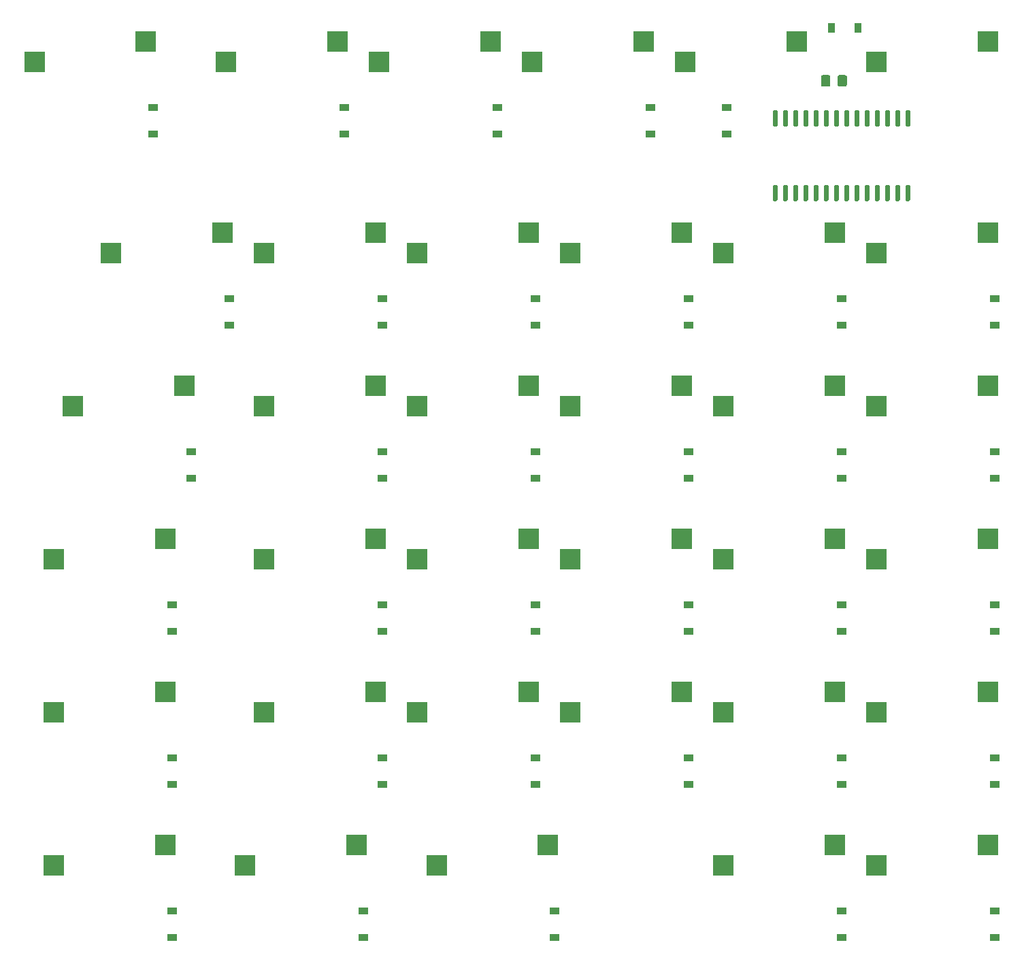
<source format=gbp>
G04 #@! TF.GenerationSoftware,KiCad,Pcbnew,5.1.12-1.fc34*
G04 #@! TF.CreationDate,2021-12-19T19:02:19+02:00*
G04 #@! TF.ProjectId,slash_left,736c6173-685f-46c6-9566-742e6b696361,rev?*
G04 #@! TF.SameCoordinates,Original*
G04 #@! TF.FileFunction,Paste,Bot*
G04 #@! TF.FilePolarity,Positive*
%FSLAX46Y46*%
G04 Gerber Fmt 4.6, Leading zero omitted, Abs format (unit mm)*
G04 Created by KiCad (PCBNEW 5.1.12-1.fc34) date 2021-12-19 19:02:19*
%MOMM*%
%LPD*%
G01*
G04 APERTURE LIST*
%ADD10R,2.550000X2.500000*%
%ADD11R,1.200000X0.900000*%
%ADD12R,0.900000X1.200000*%
G04 APERTURE END LIST*
D10*
X97215000Y-92710000D03*
X111065000Y-90170000D03*
G36*
G01*
X122535000Y-46105000D02*
X122835000Y-46105000D01*
G75*
G02*
X122985000Y-46255000I0J-150000D01*
G01*
X122985000Y-48005000D01*
G75*
G02*
X122835000Y-48155000I-150000J0D01*
G01*
X122535000Y-48155000D01*
G75*
G02*
X122385000Y-48005000I0J150000D01*
G01*
X122385000Y-46255000D01*
G75*
G02*
X122535000Y-46105000I150000J0D01*
G01*
G37*
G36*
G01*
X123805000Y-46105000D02*
X124105000Y-46105000D01*
G75*
G02*
X124255000Y-46255000I0J-150000D01*
G01*
X124255000Y-48005000D01*
G75*
G02*
X124105000Y-48155000I-150000J0D01*
G01*
X123805000Y-48155000D01*
G75*
G02*
X123655000Y-48005000I0J150000D01*
G01*
X123655000Y-46255000D01*
G75*
G02*
X123805000Y-46105000I150000J0D01*
G01*
G37*
G36*
G01*
X125075000Y-46105000D02*
X125375000Y-46105000D01*
G75*
G02*
X125525000Y-46255000I0J-150000D01*
G01*
X125525000Y-48005000D01*
G75*
G02*
X125375000Y-48155000I-150000J0D01*
G01*
X125075000Y-48155000D01*
G75*
G02*
X124925000Y-48005000I0J150000D01*
G01*
X124925000Y-46255000D01*
G75*
G02*
X125075000Y-46105000I150000J0D01*
G01*
G37*
G36*
G01*
X126345000Y-46105000D02*
X126645000Y-46105000D01*
G75*
G02*
X126795000Y-46255000I0J-150000D01*
G01*
X126795000Y-48005000D01*
G75*
G02*
X126645000Y-48155000I-150000J0D01*
G01*
X126345000Y-48155000D01*
G75*
G02*
X126195000Y-48005000I0J150000D01*
G01*
X126195000Y-46255000D01*
G75*
G02*
X126345000Y-46105000I150000J0D01*
G01*
G37*
G36*
G01*
X127615000Y-46105000D02*
X127915000Y-46105000D01*
G75*
G02*
X128065000Y-46255000I0J-150000D01*
G01*
X128065000Y-48005000D01*
G75*
G02*
X127915000Y-48155000I-150000J0D01*
G01*
X127615000Y-48155000D01*
G75*
G02*
X127465000Y-48005000I0J150000D01*
G01*
X127465000Y-46255000D01*
G75*
G02*
X127615000Y-46105000I150000J0D01*
G01*
G37*
G36*
G01*
X128885000Y-46105000D02*
X129185000Y-46105000D01*
G75*
G02*
X129335000Y-46255000I0J-150000D01*
G01*
X129335000Y-48005000D01*
G75*
G02*
X129185000Y-48155000I-150000J0D01*
G01*
X128885000Y-48155000D01*
G75*
G02*
X128735000Y-48005000I0J150000D01*
G01*
X128735000Y-46255000D01*
G75*
G02*
X128885000Y-46105000I150000J0D01*
G01*
G37*
G36*
G01*
X130155000Y-46105000D02*
X130455000Y-46105000D01*
G75*
G02*
X130605000Y-46255000I0J-150000D01*
G01*
X130605000Y-48005000D01*
G75*
G02*
X130455000Y-48155000I-150000J0D01*
G01*
X130155000Y-48155000D01*
G75*
G02*
X130005000Y-48005000I0J150000D01*
G01*
X130005000Y-46255000D01*
G75*
G02*
X130155000Y-46105000I150000J0D01*
G01*
G37*
G36*
G01*
X131425000Y-46105000D02*
X131725000Y-46105000D01*
G75*
G02*
X131875000Y-46255000I0J-150000D01*
G01*
X131875000Y-48005000D01*
G75*
G02*
X131725000Y-48155000I-150000J0D01*
G01*
X131425000Y-48155000D01*
G75*
G02*
X131275000Y-48005000I0J150000D01*
G01*
X131275000Y-46255000D01*
G75*
G02*
X131425000Y-46105000I150000J0D01*
G01*
G37*
G36*
G01*
X132695000Y-46105000D02*
X132995000Y-46105000D01*
G75*
G02*
X133145000Y-46255000I0J-150000D01*
G01*
X133145000Y-48005000D01*
G75*
G02*
X132995000Y-48155000I-150000J0D01*
G01*
X132695000Y-48155000D01*
G75*
G02*
X132545000Y-48005000I0J150000D01*
G01*
X132545000Y-46255000D01*
G75*
G02*
X132695000Y-46105000I150000J0D01*
G01*
G37*
G36*
G01*
X133965000Y-46105000D02*
X134265000Y-46105000D01*
G75*
G02*
X134415000Y-46255000I0J-150000D01*
G01*
X134415000Y-48005000D01*
G75*
G02*
X134265000Y-48155000I-150000J0D01*
G01*
X133965000Y-48155000D01*
G75*
G02*
X133815000Y-48005000I0J150000D01*
G01*
X133815000Y-46255000D01*
G75*
G02*
X133965000Y-46105000I150000J0D01*
G01*
G37*
G36*
G01*
X135235000Y-46105000D02*
X135535000Y-46105000D01*
G75*
G02*
X135685000Y-46255000I0J-150000D01*
G01*
X135685000Y-48005000D01*
G75*
G02*
X135535000Y-48155000I-150000J0D01*
G01*
X135235000Y-48155000D01*
G75*
G02*
X135085000Y-48005000I0J150000D01*
G01*
X135085000Y-46255000D01*
G75*
G02*
X135235000Y-46105000I150000J0D01*
G01*
G37*
G36*
G01*
X136505000Y-46105000D02*
X136805000Y-46105000D01*
G75*
G02*
X136955000Y-46255000I0J-150000D01*
G01*
X136955000Y-48005000D01*
G75*
G02*
X136805000Y-48155000I-150000J0D01*
G01*
X136505000Y-48155000D01*
G75*
G02*
X136355000Y-48005000I0J150000D01*
G01*
X136355000Y-46255000D01*
G75*
G02*
X136505000Y-46105000I150000J0D01*
G01*
G37*
G36*
G01*
X137775000Y-46105000D02*
X138075000Y-46105000D01*
G75*
G02*
X138225000Y-46255000I0J-150000D01*
G01*
X138225000Y-48005000D01*
G75*
G02*
X138075000Y-48155000I-150000J0D01*
G01*
X137775000Y-48155000D01*
G75*
G02*
X137625000Y-48005000I0J150000D01*
G01*
X137625000Y-46255000D01*
G75*
G02*
X137775000Y-46105000I150000J0D01*
G01*
G37*
G36*
G01*
X139045000Y-46105000D02*
X139345000Y-46105000D01*
G75*
G02*
X139495000Y-46255000I0J-150000D01*
G01*
X139495000Y-48005000D01*
G75*
G02*
X139345000Y-48155000I-150000J0D01*
G01*
X139045000Y-48155000D01*
G75*
G02*
X138895000Y-48005000I0J150000D01*
G01*
X138895000Y-46255000D01*
G75*
G02*
X139045000Y-46105000I150000J0D01*
G01*
G37*
G36*
G01*
X139045000Y-36805000D02*
X139345000Y-36805000D01*
G75*
G02*
X139495000Y-36955000I0J-150000D01*
G01*
X139495000Y-38705000D01*
G75*
G02*
X139345000Y-38855000I-150000J0D01*
G01*
X139045000Y-38855000D01*
G75*
G02*
X138895000Y-38705000I0J150000D01*
G01*
X138895000Y-36955000D01*
G75*
G02*
X139045000Y-36805000I150000J0D01*
G01*
G37*
G36*
G01*
X137775000Y-36805000D02*
X138075000Y-36805000D01*
G75*
G02*
X138225000Y-36955000I0J-150000D01*
G01*
X138225000Y-38705000D01*
G75*
G02*
X138075000Y-38855000I-150000J0D01*
G01*
X137775000Y-38855000D01*
G75*
G02*
X137625000Y-38705000I0J150000D01*
G01*
X137625000Y-36955000D01*
G75*
G02*
X137775000Y-36805000I150000J0D01*
G01*
G37*
G36*
G01*
X136505000Y-36805000D02*
X136805000Y-36805000D01*
G75*
G02*
X136955000Y-36955000I0J-150000D01*
G01*
X136955000Y-38705000D01*
G75*
G02*
X136805000Y-38855000I-150000J0D01*
G01*
X136505000Y-38855000D01*
G75*
G02*
X136355000Y-38705000I0J150000D01*
G01*
X136355000Y-36955000D01*
G75*
G02*
X136505000Y-36805000I150000J0D01*
G01*
G37*
G36*
G01*
X135235000Y-36805000D02*
X135535000Y-36805000D01*
G75*
G02*
X135685000Y-36955000I0J-150000D01*
G01*
X135685000Y-38705000D01*
G75*
G02*
X135535000Y-38855000I-150000J0D01*
G01*
X135235000Y-38855000D01*
G75*
G02*
X135085000Y-38705000I0J150000D01*
G01*
X135085000Y-36955000D01*
G75*
G02*
X135235000Y-36805000I150000J0D01*
G01*
G37*
G36*
G01*
X133965000Y-36805000D02*
X134265000Y-36805000D01*
G75*
G02*
X134415000Y-36955000I0J-150000D01*
G01*
X134415000Y-38705000D01*
G75*
G02*
X134265000Y-38855000I-150000J0D01*
G01*
X133965000Y-38855000D01*
G75*
G02*
X133815000Y-38705000I0J150000D01*
G01*
X133815000Y-36955000D01*
G75*
G02*
X133965000Y-36805000I150000J0D01*
G01*
G37*
G36*
G01*
X132695000Y-36805000D02*
X132995000Y-36805000D01*
G75*
G02*
X133145000Y-36955000I0J-150000D01*
G01*
X133145000Y-38705000D01*
G75*
G02*
X132995000Y-38855000I-150000J0D01*
G01*
X132695000Y-38855000D01*
G75*
G02*
X132545000Y-38705000I0J150000D01*
G01*
X132545000Y-36955000D01*
G75*
G02*
X132695000Y-36805000I150000J0D01*
G01*
G37*
G36*
G01*
X131425000Y-36805000D02*
X131725000Y-36805000D01*
G75*
G02*
X131875000Y-36955000I0J-150000D01*
G01*
X131875000Y-38705000D01*
G75*
G02*
X131725000Y-38855000I-150000J0D01*
G01*
X131425000Y-38855000D01*
G75*
G02*
X131275000Y-38705000I0J150000D01*
G01*
X131275000Y-36955000D01*
G75*
G02*
X131425000Y-36805000I150000J0D01*
G01*
G37*
G36*
G01*
X130155000Y-36805000D02*
X130455000Y-36805000D01*
G75*
G02*
X130605000Y-36955000I0J-150000D01*
G01*
X130605000Y-38705000D01*
G75*
G02*
X130455000Y-38855000I-150000J0D01*
G01*
X130155000Y-38855000D01*
G75*
G02*
X130005000Y-38705000I0J150000D01*
G01*
X130005000Y-36955000D01*
G75*
G02*
X130155000Y-36805000I150000J0D01*
G01*
G37*
G36*
G01*
X128885000Y-36805000D02*
X129185000Y-36805000D01*
G75*
G02*
X129335000Y-36955000I0J-150000D01*
G01*
X129335000Y-38705000D01*
G75*
G02*
X129185000Y-38855000I-150000J0D01*
G01*
X128885000Y-38855000D01*
G75*
G02*
X128735000Y-38705000I0J150000D01*
G01*
X128735000Y-36955000D01*
G75*
G02*
X128885000Y-36805000I150000J0D01*
G01*
G37*
G36*
G01*
X127615000Y-36805000D02*
X127915000Y-36805000D01*
G75*
G02*
X128065000Y-36955000I0J-150000D01*
G01*
X128065000Y-38705000D01*
G75*
G02*
X127915000Y-38855000I-150000J0D01*
G01*
X127615000Y-38855000D01*
G75*
G02*
X127465000Y-38705000I0J150000D01*
G01*
X127465000Y-36955000D01*
G75*
G02*
X127615000Y-36805000I150000J0D01*
G01*
G37*
G36*
G01*
X126345000Y-36805000D02*
X126645000Y-36805000D01*
G75*
G02*
X126795000Y-36955000I0J-150000D01*
G01*
X126795000Y-38705000D01*
G75*
G02*
X126645000Y-38855000I-150000J0D01*
G01*
X126345000Y-38855000D01*
G75*
G02*
X126195000Y-38705000I0J150000D01*
G01*
X126195000Y-36955000D01*
G75*
G02*
X126345000Y-36805000I150000J0D01*
G01*
G37*
G36*
G01*
X125075000Y-36805000D02*
X125375000Y-36805000D01*
G75*
G02*
X125525000Y-36955000I0J-150000D01*
G01*
X125525000Y-38705000D01*
G75*
G02*
X125375000Y-38855000I-150000J0D01*
G01*
X125075000Y-38855000D01*
G75*
G02*
X124925000Y-38705000I0J150000D01*
G01*
X124925000Y-36955000D01*
G75*
G02*
X125075000Y-36805000I150000J0D01*
G01*
G37*
G36*
G01*
X123805000Y-36805000D02*
X124105000Y-36805000D01*
G75*
G02*
X124255000Y-36955000I0J-150000D01*
G01*
X124255000Y-38705000D01*
G75*
G02*
X124105000Y-38855000I-150000J0D01*
G01*
X123805000Y-38855000D01*
G75*
G02*
X123655000Y-38705000I0J150000D01*
G01*
X123655000Y-36955000D01*
G75*
G02*
X123805000Y-36805000I150000J0D01*
G01*
G37*
G36*
G01*
X122535000Y-36805000D02*
X122835000Y-36805000D01*
G75*
G02*
X122985000Y-36955000I0J-150000D01*
G01*
X122985000Y-38705000D01*
G75*
G02*
X122835000Y-38855000I-150000J0D01*
G01*
X122535000Y-38855000D01*
G75*
G02*
X122385000Y-38705000I0J150000D01*
G01*
X122385000Y-36955000D01*
G75*
G02*
X122535000Y-36805000I150000J0D01*
G01*
G37*
X135315000Y-130810000D03*
X149165000Y-128270000D03*
X116265000Y-130810000D03*
X130115000Y-128270000D03*
X80546250Y-130810000D03*
X94396250Y-128270000D03*
X56733750Y-130810000D03*
X70583750Y-128270000D03*
X32921250Y-130810000D03*
X46771250Y-128270000D03*
X135315000Y-111760000D03*
X149165000Y-109220000D03*
X116265000Y-111760000D03*
X130115000Y-109220000D03*
X97215000Y-111760000D03*
X111065000Y-109220000D03*
X78165000Y-111760000D03*
X92015000Y-109220000D03*
X59115000Y-111760000D03*
X72965000Y-109220000D03*
X32921250Y-111760000D03*
X46771250Y-109220000D03*
X135315000Y-92710000D03*
X149165000Y-90170000D03*
X116265000Y-92710000D03*
X130115000Y-90170000D03*
X78165000Y-92710000D03*
X92015000Y-90170000D03*
X59115000Y-92710000D03*
X72965000Y-90170000D03*
X32921250Y-92710000D03*
X46771250Y-90170000D03*
X135315000Y-73660000D03*
X149165000Y-71120000D03*
X116265000Y-73660000D03*
X130115000Y-71120000D03*
X97215000Y-73660000D03*
X111065000Y-71120000D03*
X78165000Y-73660000D03*
X92015000Y-71120000D03*
X59115000Y-73660000D03*
X72965000Y-71120000D03*
X35302500Y-73660000D03*
X49152500Y-71120000D03*
X135315000Y-54610000D03*
X149165000Y-52070000D03*
X116265000Y-54610000D03*
X130115000Y-52070000D03*
X97215000Y-54610000D03*
X111065000Y-52070000D03*
X78165000Y-54610000D03*
X92015000Y-52070000D03*
X59115000Y-54610000D03*
X72965000Y-52070000D03*
X40065000Y-54610000D03*
X53915000Y-52070000D03*
X135315000Y-30797500D03*
X149165000Y-28257500D03*
X111502500Y-30797500D03*
X125352500Y-28257500D03*
X92452500Y-30797500D03*
X106302500Y-28257500D03*
X73402500Y-30797500D03*
X87252500Y-28257500D03*
X54352500Y-30797500D03*
X68202500Y-28257500D03*
X30540000Y-30797500D03*
X44390000Y-28257500D03*
D11*
X150018750Y-136462500D03*
X150018750Y-139762500D03*
X130968750Y-136462500D03*
X130968750Y-139762500D03*
X95250000Y-136462500D03*
X95250000Y-139762500D03*
X71437500Y-136462500D03*
X71437500Y-139762500D03*
X47625000Y-136462500D03*
X47625000Y-139762500D03*
X150018750Y-117412500D03*
X150018750Y-120712500D03*
X130968750Y-117412500D03*
X130968750Y-120712500D03*
X111918750Y-117412500D03*
X111918750Y-120712500D03*
X92868750Y-117412500D03*
X92868750Y-120712500D03*
X73818750Y-117412500D03*
X73818750Y-120712500D03*
X47625000Y-117412500D03*
X47625000Y-120712500D03*
X150018750Y-98362500D03*
X150018750Y-101662500D03*
X130968750Y-98362500D03*
X130968750Y-101662500D03*
X111918750Y-98362500D03*
X111918750Y-101662500D03*
X92868750Y-98362500D03*
X92868750Y-101662500D03*
X73818750Y-98362500D03*
X73818750Y-101662500D03*
X47625000Y-98362500D03*
X47625000Y-101662500D03*
X150018750Y-79312500D03*
X150018750Y-82612500D03*
X130968750Y-79312500D03*
X130968750Y-82612500D03*
X111918750Y-79312500D03*
X111918750Y-82612500D03*
X92868750Y-79312500D03*
X92868750Y-82612500D03*
X73818750Y-79312500D03*
X73818750Y-82612500D03*
X50006250Y-79312500D03*
X50006250Y-82612500D03*
X150018750Y-60262500D03*
X150018750Y-63562500D03*
X130968750Y-60262500D03*
X130968750Y-63562500D03*
X111918750Y-60262500D03*
X111918750Y-63562500D03*
X92868750Y-60262500D03*
X92868750Y-63562500D03*
X73818750Y-60262500D03*
X73818750Y-63562500D03*
X54768750Y-60262500D03*
X54768750Y-63562500D03*
D12*
X133020000Y-26530000D03*
X129720000Y-26530000D03*
D11*
X116681250Y-36450000D03*
X116681250Y-39750000D03*
X107156250Y-36450000D03*
X107156250Y-39750000D03*
X88106250Y-36450000D03*
X88106250Y-39750000D03*
X69056250Y-36450000D03*
X69056250Y-39750000D03*
X45243750Y-36450000D03*
X45243750Y-39750000D03*
G36*
G01*
X129560000Y-32685000D02*
X129560000Y-33635000D01*
G75*
G02*
X129310000Y-33885000I-250000J0D01*
G01*
X128635000Y-33885000D01*
G75*
G02*
X128385000Y-33635000I0J250000D01*
G01*
X128385000Y-32685000D01*
G75*
G02*
X128635000Y-32435000I250000J0D01*
G01*
X129310000Y-32435000D01*
G75*
G02*
X129560000Y-32685000I0J-250000D01*
G01*
G37*
G36*
G01*
X131635000Y-32685000D02*
X131635000Y-33635000D01*
G75*
G02*
X131385000Y-33885000I-250000J0D01*
G01*
X130710000Y-33885000D01*
G75*
G02*
X130460000Y-33635000I0J250000D01*
G01*
X130460000Y-32685000D01*
G75*
G02*
X130710000Y-32435000I250000J0D01*
G01*
X131385000Y-32435000D01*
G75*
G02*
X131635000Y-32685000I0J-250000D01*
G01*
G37*
M02*

</source>
